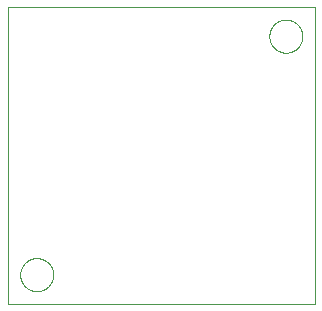
<source format=gko>
G75*
%MOIN*%
%OFA0B0*%
%FSLAX25Y25*%
%IPPOS*%
%LPD*%
%AMOC8*
5,1,8,0,0,1.08239X$1,22.5*
%
%ADD10C,0.00000*%
D10*
X0019910Y0012430D02*
X0019910Y0111249D01*
X0122272Y0111249D01*
X0122272Y0012430D01*
X0019910Y0012430D01*
X0024083Y0022076D02*
X0024085Y0022224D01*
X0024091Y0022372D01*
X0024101Y0022520D01*
X0024115Y0022667D01*
X0024133Y0022814D01*
X0024154Y0022960D01*
X0024180Y0023106D01*
X0024210Y0023251D01*
X0024243Y0023395D01*
X0024281Y0023538D01*
X0024322Y0023680D01*
X0024367Y0023821D01*
X0024415Y0023961D01*
X0024468Y0024100D01*
X0024524Y0024237D01*
X0024584Y0024372D01*
X0024647Y0024506D01*
X0024714Y0024638D01*
X0024785Y0024768D01*
X0024859Y0024896D01*
X0024936Y0025022D01*
X0025017Y0025146D01*
X0025101Y0025268D01*
X0025188Y0025387D01*
X0025279Y0025504D01*
X0025373Y0025619D01*
X0025469Y0025731D01*
X0025569Y0025841D01*
X0025671Y0025947D01*
X0025777Y0026051D01*
X0025885Y0026152D01*
X0025996Y0026250D01*
X0026109Y0026346D01*
X0026225Y0026438D01*
X0026343Y0026527D01*
X0026464Y0026612D01*
X0026587Y0026695D01*
X0026712Y0026774D01*
X0026839Y0026850D01*
X0026968Y0026922D01*
X0027099Y0026991D01*
X0027232Y0027056D01*
X0027367Y0027117D01*
X0027503Y0027175D01*
X0027640Y0027230D01*
X0027779Y0027280D01*
X0027920Y0027327D01*
X0028061Y0027370D01*
X0028204Y0027410D01*
X0028348Y0027445D01*
X0028492Y0027477D01*
X0028638Y0027504D01*
X0028784Y0027528D01*
X0028931Y0027548D01*
X0029078Y0027564D01*
X0029225Y0027576D01*
X0029373Y0027584D01*
X0029521Y0027588D01*
X0029669Y0027588D01*
X0029817Y0027584D01*
X0029965Y0027576D01*
X0030112Y0027564D01*
X0030259Y0027548D01*
X0030406Y0027528D01*
X0030552Y0027504D01*
X0030698Y0027477D01*
X0030842Y0027445D01*
X0030986Y0027410D01*
X0031129Y0027370D01*
X0031270Y0027327D01*
X0031411Y0027280D01*
X0031550Y0027230D01*
X0031687Y0027175D01*
X0031823Y0027117D01*
X0031958Y0027056D01*
X0032091Y0026991D01*
X0032222Y0026922D01*
X0032351Y0026850D01*
X0032478Y0026774D01*
X0032603Y0026695D01*
X0032726Y0026612D01*
X0032847Y0026527D01*
X0032965Y0026438D01*
X0033081Y0026346D01*
X0033194Y0026250D01*
X0033305Y0026152D01*
X0033413Y0026051D01*
X0033519Y0025947D01*
X0033621Y0025841D01*
X0033721Y0025731D01*
X0033817Y0025619D01*
X0033911Y0025504D01*
X0034002Y0025387D01*
X0034089Y0025268D01*
X0034173Y0025146D01*
X0034254Y0025022D01*
X0034331Y0024896D01*
X0034405Y0024768D01*
X0034476Y0024638D01*
X0034543Y0024506D01*
X0034606Y0024372D01*
X0034666Y0024237D01*
X0034722Y0024100D01*
X0034775Y0023961D01*
X0034823Y0023821D01*
X0034868Y0023680D01*
X0034909Y0023538D01*
X0034947Y0023395D01*
X0034980Y0023251D01*
X0035010Y0023106D01*
X0035036Y0022960D01*
X0035057Y0022814D01*
X0035075Y0022667D01*
X0035089Y0022520D01*
X0035099Y0022372D01*
X0035105Y0022224D01*
X0035107Y0022076D01*
X0035105Y0021928D01*
X0035099Y0021780D01*
X0035089Y0021632D01*
X0035075Y0021485D01*
X0035057Y0021338D01*
X0035036Y0021192D01*
X0035010Y0021046D01*
X0034980Y0020901D01*
X0034947Y0020757D01*
X0034909Y0020614D01*
X0034868Y0020472D01*
X0034823Y0020331D01*
X0034775Y0020191D01*
X0034722Y0020052D01*
X0034666Y0019915D01*
X0034606Y0019780D01*
X0034543Y0019646D01*
X0034476Y0019514D01*
X0034405Y0019384D01*
X0034331Y0019256D01*
X0034254Y0019130D01*
X0034173Y0019006D01*
X0034089Y0018884D01*
X0034002Y0018765D01*
X0033911Y0018648D01*
X0033817Y0018533D01*
X0033721Y0018421D01*
X0033621Y0018311D01*
X0033519Y0018205D01*
X0033413Y0018101D01*
X0033305Y0018000D01*
X0033194Y0017902D01*
X0033081Y0017806D01*
X0032965Y0017714D01*
X0032847Y0017625D01*
X0032726Y0017540D01*
X0032603Y0017457D01*
X0032478Y0017378D01*
X0032351Y0017302D01*
X0032222Y0017230D01*
X0032091Y0017161D01*
X0031958Y0017096D01*
X0031823Y0017035D01*
X0031687Y0016977D01*
X0031550Y0016922D01*
X0031411Y0016872D01*
X0031270Y0016825D01*
X0031129Y0016782D01*
X0030986Y0016742D01*
X0030842Y0016707D01*
X0030698Y0016675D01*
X0030552Y0016648D01*
X0030406Y0016624D01*
X0030259Y0016604D01*
X0030112Y0016588D01*
X0029965Y0016576D01*
X0029817Y0016568D01*
X0029669Y0016564D01*
X0029521Y0016564D01*
X0029373Y0016568D01*
X0029225Y0016576D01*
X0029078Y0016588D01*
X0028931Y0016604D01*
X0028784Y0016624D01*
X0028638Y0016648D01*
X0028492Y0016675D01*
X0028348Y0016707D01*
X0028204Y0016742D01*
X0028061Y0016782D01*
X0027920Y0016825D01*
X0027779Y0016872D01*
X0027640Y0016922D01*
X0027503Y0016977D01*
X0027367Y0017035D01*
X0027232Y0017096D01*
X0027099Y0017161D01*
X0026968Y0017230D01*
X0026839Y0017302D01*
X0026712Y0017378D01*
X0026587Y0017457D01*
X0026464Y0017540D01*
X0026343Y0017625D01*
X0026225Y0017714D01*
X0026109Y0017806D01*
X0025996Y0017902D01*
X0025885Y0018000D01*
X0025777Y0018101D01*
X0025671Y0018205D01*
X0025569Y0018311D01*
X0025469Y0018421D01*
X0025373Y0018533D01*
X0025279Y0018648D01*
X0025188Y0018765D01*
X0025101Y0018884D01*
X0025017Y0019006D01*
X0024936Y0019130D01*
X0024859Y0019256D01*
X0024785Y0019384D01*
X0024714Y0019514D01*
X0024647Y0019646D01*
X0024584Y0019780D01*
X0024524Y0019915D01*
X0024468Y0020052D01*
X0024415Y0020191D01*
X0024367Y0020331D01*
X0024322Y0020472D01*
X0024281Y0020614D01*
X0024243Y0020757D01*
X0024210Y0020901D01*
X0024180Y0021046D01*
X0024154Y0021192D01*
X0024133Y0021338D01*
X0024115Y0021485D01*
X0024101Y0021632D01*
X0024091Y0021780D01*
X0024085Y0021928D01*
X0024083Y0022076D01*
X0107115Y0101564D02*
X0107117Y0101712D01*
X0107123Y0101860D01*
X0107133Y0102008D01*
X0107147Y0102155D01*
X0107165Y0102302D01*
X0107186Y0102448D01*
X0107212Y0102594D01*
X0107242Y0102739D01*
X0107275Y0102883D01*
X0107313Y0103026D01*
X0107354Y0103168D01*
X0107399Y0103309D01*
X0107447Y0103449D01*
X0107500Y0103588D01*
X0107556Y0103725D01*
X0107616Y0103860D01*
X0107679Y0103994D01*
X0107746Y0104126D01*
X0107817Y0104256D01*
X0107891Y0104384D01*
X0107968Y0104510D01*
X0108049Y0104634D01*
X0108133Y0104756D01*
X0108220Y0104875D01*
X0108311Y0104992D01*
X0108405Y0105107D01*
X0108501Y0105219D01*
X0108601Y0105329D01*
X0108703Y0105435D01*
X0108809Y0105539D01*
X0108917Y0105640D01*
X0109028Y0105738D01*
X0109141Y0105834D01*
X0109257Y0105926D01*
X0109375Y0106015D01*
X0109496Y0106100D01*
X0109619Y0106183D01*
X0109744Y0106262D01*
X0109871Y0106338D01*
X0110000Y0106410D01*
X0110131Y0106479D01*
X0110264Y0106544D01*
X0110399Y0106605D01*
X0110535Y0106663D01*
X0110672Y0106718D01*
X0110811Y0106768D01*
X0110952Y0106815D01*
X0111093Y0106858D01*
X0111236Y0106898D01*
X0111380Y0106933D01*
X0111524Y0106965D01*
X0111670Y0106992D01*
X0111816Y0107016D01*
X0111963Y0107036D01*
X0112110Y0107052D01*
X0112257Y0107064D01*
X0112405Y0107072D01*
X0112553Y0107076D01*
X0112701Y0107076D01*
X0112849Y0107072D01*
X0112997Y0107064D01*
X0113144Y0107052D01*
X0113291Y0107036D01*
X0113438Y0107016D01*
X0113584Y0106992D01*
X0113730Y0106965D01*
X0113874Y0106933D01*
X0114018Y0106898D01*
X0114161Y0106858D01*
X0114302Y0106815D01*
X0114443Y0106768D01*
X0114582Y0106718D01*
X0114719Y0106663D01*
X0114855Y0106605D01*
X0114990Y0106544D01*
X0115123Y0106479D01*
X0115254Y0106410D01*
X0115383Y0106338D01*
X0115510Y0106262D01*
X0115635Y0106183D01*
X0115758Y0106100D01*
X0115879Y0106015D01*
X0115997Y0105926D01*
X0116113Y0105834D01*
X0116226Y0105738D01*
X0116337Y0105640D01*
X0116445Y0105539D01*
X0116551Y0105435D01*
X0116653Y0105329D01*
X0116753Y0105219D01*
X0116849Y0105107D01*
X0116943Y0104992D01*
X0117034Y0104875D01*
X0117121Y0104756D01*
X0117205Y0104634D01*
X0117286Y0104510D01*
X0117363Y0104384D01*
X0117437Y0104256D01*
X0117508Y0104126D01*
X0117575Y0103994D01*
X0117638Y0103860D01*
X0117698Y0103725D01*
X0117754Y0103588D01*
X0117807Y0103449D01*
X0117855Y0103309D01*
X0117900Y0103168D01*
X0117941Y0103026D01*
X0117979Y0102883D01*
X0118012Y0102739D01*
X0118042Y0102594D01*
X0118068Y0102448D01*
X0118089Y0102302D01*
X0118107Y0102155D01*
X0118121Y0102008D01*
X0118131Y0101860D01*
X0118137Y0101712D01*
X0118139Y0101564D01*
X0118137Y0101416D01*
X0118131Y0101268D01*
X0118121Y0101120D01*
X0118107Y0100973D01*
X0118089Y0100826D01*
X0118068Y0100680D01*
X0118042Y0100534D01*
X0118012Y0100389D01*
X0117979Y0100245D01*
X0117941Y0100102D01*
X0117900Y0099960D01*
X0117855Y0099819D01*
X0117807Y0099679D01*
X0117754Y0099540D01*
X0117698Y0099403D01*
X0117638Y0099268D01*
X0117575Y0099134D01*
X0117508Y0099002D01*
X0117437Y0098872D01*
X0117363Y0098744D01*
X0117286Y0098618D01*
X0117205Y0098494D01*
X0117121Y0098372D01*
X0117034Y0098253D01*
X0116943Y0098136D01*
X0116849Y0098021D01*
X0116753Y0097909D01*
X0116653Y0097799D01*
X0116551Y0097693D01*
X0116445Y0097589D01*
X0116337Y0097488D01*
X0116226Y0097390D01*
X0116113Y0097294D01*
X0115997Y0097202D01*
X0115879Y0097113D01*
X0115758Y0097028D01*
X0115635Y0096945D01*
X0115510Y0096866D01*
X0115383Y0096790D01*
X0115254Y0096718D01*
X0115123Y0096649D01*
X0114990Y0096584D01*
X0114855Y0096523D01*
X0114719Y0096465D01*
X0114582Y0096410D01*
X0114443Y0096360D01*
X0114302Y0096313D01*
X0114161Y0096270D01*
X0114018Y0096230D01*
X0113874Y0096195D01*
X0113730Y0096163D01*
X0113584Y0096136D01*
X0113438Y0096112D01*
X0113291Y0096092D01*
X0113144Y0096076D01*
X0112997Y0096064D01*
X0112849Y0096056D01*
X0112701Y0096052D01*
X0112553Y0096052D01*
X0112405Y0096056D01*
X0112257Y0096064D01*
X0112110Y0096076D01*
X0111963Y0096092D01*
X0111816Y0096112D01*
X0111670Y0096136D01*
X0111524Y0096163D01*
X0111380Y0096195D01*
X0111236Y0096230D01*
X0111093Y0096270D01*
X0110952Y0096313D01*
X0110811Y0096360D01*
X0110672Y0096410D01*
X0110535Y0096465D01*
X0110399Y0096523D01*
X0110264Y0096584D01*
X0110131Y0096649D01*
X0110000Y0096718D01*
X0109871Y0096790D01*
X0109744Y0096866D01*
X0109619Y0096945D01*
X0109496Y0097028D01*
X0109375Y0097113D01*
X0109257Y0097202D01*
X0109141Y0097294D01*
X0109028Y0097390D01*
X0108917Y0097488D01*
X0108809Y0097589D01*
X0108703Y0097693D01*
X0108601Y0097799D01*
X0108501Y0097909D01*
X0108405Y0098021D01*
X0108311Y0098136D01*
X0108220Y0098253D01*
X0108133Y0098372D01*
X0108049Y0098494D01*
X0107968Y0098618D01*
X0107891Y0098744D01*
X0107817Y0098872D01*
X0107746Y0099002D01*
X0107679Y0099134D01*
X0107616Y0099268D01*
X0107556Y0099403D01*
X0107500Y0099540D01*
X0107447Y0099679D01*
X0107399Y0099819D01*
X0107354Y0099960D01*
X0107313Y0100102D01*
X0107275Y0100245D01*
X0107242Y0100389D01*
X0107212Y0100534D01*
X0107186Y0100680D01*
X0107165Y0100826D01*
X0107147Y0100973D01*
X0107133Y0101120D01*
X0107123Y0101268D01*
X0107117Y0101416D01*
X0107115Y0101564D01*
M02*

</source>
